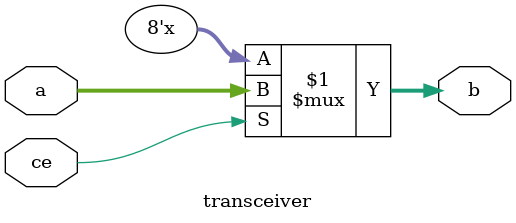
<source format=sv>
module transceiver(
  input logic[7:0] a,
  output logic[7:0] b,
  input logic ce
);

assign b = ce ? a : 8'bzzzz_zzzz;

endmodule
</source>
